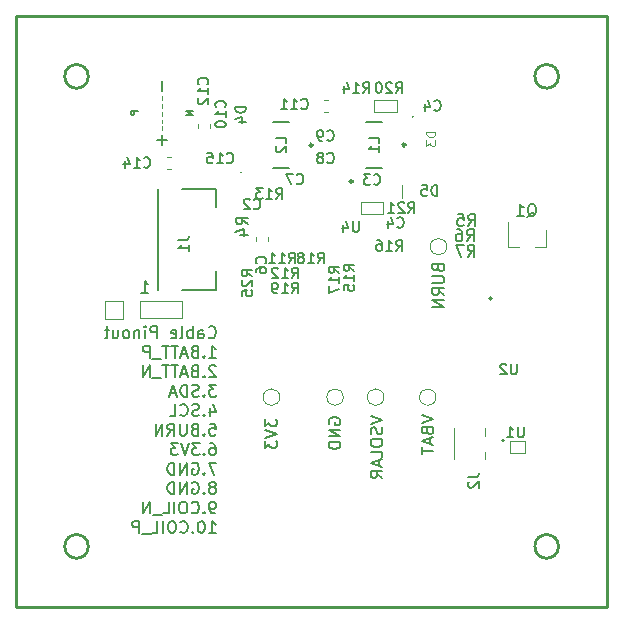
<source format=gbr>
%TF.GenerationSoftware,KiCad,Pcbnew,(5.0.1-3-g963ef8bb5)*%
%TF.CreationDate,2020-03-04T19:54:40-08:00*%
%TF.ProjectId,SolarCell+Y,536F6C617243656C6C2B592E6B696361,rev?*%
%TF.SameCoordinates,Original*%
%TF.FileFunction,Legend,Bot*%
%TF.FilePolarity,Positive*%
%FSLAX46Y46*%
G04 Gerber Fmt 4.6, Leading zero omitted, Abs format (unit mm)*
G04 Created by KiCad (PCBNEW (5.0.1-3-g963ef8bb5)) date Wednesday, March 04, 2020 at 07:54:40 PM*
%MOMM*%
%LPD*%
G01*
G04 APERTURE LIST*
%ADD10C,0.050000*%
%ADD11C,0.177800*%
%ADD12C,0.120000*%
%ADD13C,0.150000*%
%ADD14C,0.250000*%
%ADD15C,0.203200*%
%ADD16C,0.127000*%
%ADD17C,0.200000*%
%ADD18C,0.100000*%
%ADD19C,0.254000*%
%ADD20C,0.101600*%
G04 APERTURE END LIST*
D10*
X160500000Y-65600000D02*
X160500000Y-64100000D01*
X164000000Y-65600000D02*
X160500000Y-65600000D01*
X164000000Y-64100000D02*
X164000000Y-65600000D01*
X160500000Y-64100000D02*
X164000000Y-64100000D01*
X159000000Y-64100000D02*
X157500000Y-64100000D01*
X159000000Y-65650000D02*
X159000000Y-64100000D01*
X157500000Y-65650000D02*
X159000000Y-65650000D01*
X157500000Y-64100000D02*
X157500000Y-65650000D01*
D11*
X185704171Y-61342198D02*
X185751790Y-61485055D01*
X185799409Y-61532674D01*
X185894647Y-61580293D01*
X186037504Y-61580293D01*
X186132742Y-61532674D01*
X186180361Y-61485055D01*
X186227980Y-61389817D01*
X186227980Y-61008865D01*
X185227980Y-61008865D01*
X185227980Y-61342198D01*
X185275600Y-61437436D01*
X185323219Y-61485055D01*
X185418457Y-61532674D01*
X185513695Y-61532674D01*
X185608933Y-61485055D01*
X185656552Y-61437436D01*
X185704171Y-61342198D01*
X185704171Y-61008865D01*
X185227980Y-62008865D02*
X186037504Y-62008865D01*
X186132742Y-62056484D01*
X186180361Y-62104103D01*
X186227980Y-62199341D01*
X186227980Y-62389817D01*
X186180361Y-62485055D01*
X186132742Y-62532674D01*
X186037504Y-62580293D01*
X185227980Y-62580293D01*
X186227980Y-63627912D02*
X185751790Y-63294579D01*
X186227980Y-63056484D02*
X185227980Y-63056484D01*
X185227980Y-63437436D01*
X185275600Y-63532674D01*
X185323219Y-63580293D01*
X185418457Y-63627912D01*
X185561314Y-63627912D01*
X185656552Y-63580293D01*
X185704171Y-63532674D01*
X185751790Y-63437436D01*
X185751790Y-63056484D01*
X186227980Y-64056484D02*
X185227980Y-64056484D01*
X186227980Y-64627912D01*
X185227980Y-64627912D01*
D12*
X182651400Y-55397400D02*
X182651400Y-54330600D01*
D11*
X184313580Y-73794608D02*
X185313580Y-74127941D01*
X184313580Y-74461274D01*
X184789771Y-75127941D02*
X184837390Y-75270798D01*
X184885009Y-75318417D01*
X184980247Y-75366036D01*
X185123104Y-75366036D01*
X185218342Y-75318417D01*
X185265961Y-75270798D01*
X185313580Y-75175560D01*
X185313580Y-74794608D01*
X184313580Y-74794608D01*
X184313580Y-75127941D01*
X184361200Y-75223179D01*
X184408819Y-75270798D01*
X184504057Y-75318417D01*
X184599295Y-75318417D01*
X184694533Y-75270798D01*
X184742152Y-75223179D01*
X184789771Y-75127941D01*
X184789771Y-74794608D01*
X185027866Y-75746989D02*
X185027866Y-76223179D01*
X185313580Y-75651750D02*
X184313580Y-75985084D01*
X185313580Y-76318417D01*
X184313580Y-76508893D02*
X184313580Y-77080322D01*
X185313580Y-76794608D02*
X184313580Y-76794608D01*
X179995580Y-73870808D02*
X180995580Y-74204141D01*
X179995580Y-74537474D01*
X180947961Y-74823189D02*
X180995580Y-74966046D01*
X180995580Y-75204141D01*
X180947961Y-75299379D01*
X180900342Y-75346998D01*
X180805104Y-75394617D01*
X180709866Y-75394617D01*
X180614628Y-75346998D01*
X180567009Y-75299379D01*
X180519390Y-75204141D01*
X180471771Y-75013665D01*
X180424152Y-74918427D01*
X180376533Y-74870808D01*
X180281295Y-74823189D01*
X180186057Y-74823189D01*
X180090819Y-74870808D01*
X180043200Y-74918427D01*
X179995580Y-75013665D01*
X179995580Y-75251760D01*
X180043200Y-75394617D01*
X179995580Y-76013665D02*
X179995580Y-76204141D01*
X180043200Y-76299379D01*
X180138438Y-76394617D01*
X180328914Y-76442236D01*
X180662247Y-76442236D01*
X180852723Y-76394617D01*
X180947961Y-76299379D01*
X180995580Y-76204141D01*
X180995580Y-76013665D01*
X180947961Y-75918427D01*
X180852723Y-75823189D01*
X180662247Y-75775570D01*
X180328914Y-75775570D01*
X180138438Y-75823189D01*
X180043200Y-75918427D01*
X179995580Y-76013665D01*
X180995580Y-77346998D02*
X180995580Y-76870808D01*
X179995580Y-76870808D01*
X180709866Y-77632712D02*
X180709866Y-78108903D01*
X180995580Y-77537474D02*
X179995580Y-77870808D01*
X180995580Y-78204141D01*
X180995580Y-79108903D02*
X180519390Y-78775570D01*
X180995580Y-78537474D02*
X179995580Y-78537474D01*
X179995580Y-78918427D01*
X180043200Y-79013665D01*
X180090819Y-79061284D01*
X180186057Y-79108903D01*
X180328914Y-79108903D01*
X180424152Y-79061284D01*
X180471771Y-79013665D01*
X180519390Y-78918427D01*
X180519390Y-78537474D01*
X176487200Y-74537474D02*
X176439580Y-74442236D01*
X176439580Y-74299379D01*
X176487200Y-74156522D01*
X176582438Y-74061284D01*
X176677676Y-74013665D01*
X176868152Y-73966046D01*
X177011009Y-73966046D01*
X177201485Y-74013665D01*
X177296723Y-74061284D01*
X177391961Y-74156522D01*
X177439580Y-74299379D01*
X177439580Y-74394617D01*
X177391961Y-74537474D01*
X177344342Y-74585093D01*
X177011009Y-74585093D01*
X177011009Y-74394617D01*
X177439580Y-75013665D02*
X176439580Y-75013665D01*
X177439580Y-75585093D01*
X176439580Y-75585093D01*
X177439580Y-76061284D02*
X176439580Y-76061284D01*
X176439580Y-76299379D01*
X176487200Y-76442236D01*
X176582438Y-76537474D01*
X176677676Y-76585093D01*
X176868152Y-76632712D01*
X177011009Y-76632712D01*
X177201485Y-76585093D01*
X177296723Y-76537474D01*
X177391961Y-76442236D01*
X177439580Y-76299379D01*
X177439580Y-76061284D01*
X171054780Y-74121627D02*
X171054780Y-74740674D01*
X171435733Y-74407341D01*
X171435733Y-74550198D01*
X171483352Y-74645436D01*
X171530971Y-74693055D01*
X171626209Y-74740674D01*
X171864304Y-74740674D01*
X171959542Y-74693055D01*
X172007161Y-74645436D01*
X172054780Y-74550198D01*
X172054780Y-74264484D01*
X172007161Y-74169246D01*
X171959542Y-74121627D01*
X171054780Y-75026389D02*
X172054780Y-75359722D01*
X171054780Y-75693055D01*
X171054780Y-75931150D02*
X171054780Y-76550198D01*
X171435733Y-76216865D01*
X171435733Y-76359722D01*
X171483352Y-76454960D01*
X171530971Y-76502579D01*
X171626209Y-76550198D01*
X171864304Y-76550198D01*
X171959542Y-76502579D01*
X172007161Y-76454960D01*
X172054780Y-76359722D01*
X172054780Y-76074008D01*
X172007161Y-75978770D01*
X171959542Y-75931150D01*
X160572525Y-63402380D02*
X161143953Y-63402380D01*
X160858239Y-63402380D02*
X160858239Y-62402380D01*
X160953477Y-62545238D01*
X161048715Y-62640476D01*
X161143953Y-62688095D01*
D13*
X166275776Y-67164142D02*
X166323395Y-67211761D01*
X166466252Y-67259380D01*
X166561490Y-67259380D01*
X166704347Y-67211761D01*
X166799585Y-67116523D01*
X166847204Y-67021285D01*
X166894823Y-66830809D01*
X166894823Y-66687952D01*
X166847204Y-66497476D01*
X166799585Y-66402238D01*
X166704347Y-66307000D01*
X166561490Y-66259380D01*
X166466252Y-66259380D01*
X166323395Y-66307000D01*
X166275776Y-66354619D01*
X165418633Y-67259380D02*
X165418633Y-66735571D01*
X165466252Y-66640333D01*
X165561490Y-66592714D01*
X165751966Y-66592714D01*
X165847204Y-66640333D01*
X165418633Y-67211761D02*
X165513871Y-67259380D01*
X165751966Y-67259380D01*
X165847204Y-67211761D01*
X165894823Y-67116523D01*
X165894823Y-67021285D01*
X165847204Y-66926047D01*
X165751966Y-66878428D01*
X165513871Y-66878428D01*
X165418633Y-66830809D01*
X164942442Y-67259380D02*
X164942442Y-66259380D01*
X164942442Y-66640333D02*
X164847204Y-66592714D01*
X164656728Y-66592714D01*
X164561490Y-66640333D01*
X164513871Y-66687952D01*
X164466252Y-66783190D01*
X164466252Y-67068904D01*
X164513871Y-67164142D01*
X164561490Y-67211761D01*
X164656728Y-67259380D01*
X164847204Y-67259380D01*
X164942442Y-67211761D01*
X163894823Y-67259380D02*
X163990061Y-67211761D01*
X164037680Y-67116523D01*
X164037680Y-66259380D01*
X163132919Y-67211761D02*
X163228157Y-67259380D01*
X163418633Y-67259380D01*
X163513871Y-67211761D01*
X163561490Y-67116523D01*
X163561490Y-66735571D01*
X163513871Y-66640333D01*
X163418633Y-66592714D01*
X163228157Y-66592714D01*
X163132919Y-66640333D01*
X163085300Y-66735571D01*
X163085300Y-66830809D01*
X163561490Y-66926047D01*
X161894823Y-67259380D02*
X161894823Y-66259380D01*
X161513871Y-66259380D01*
X161418633Y-66307000D01*
X161371014Y-66354619D01*
X161323395Y-66449857D01*
X161323395Y-66592714D01*
X161371014Y-66687952D01*
X161418633Y-66735571D01*
X161513871Y-66783190D01*
X161894823Y-66783190D01*
X160894823Y-67259380D02*
X160894823Y-66592714D01*
X160894823Y-66259380D02*
X160942442Y-66307000D01*
X160894823Y-66354619D01*
X160847204Y-66307000D01*
X160894823Y-66259380D01*
X160894823Y-66354619D01*
X160418633Y-66592714D02*
X160418633Y-67259380D01*
X160418633Y-66687952D02*
X160371014Y-66640333D01*
X160275776Y-66592714D01*
X160132919Y-66592714D01*
X160037680Y-66640333D01*
X159990061Y-66735571D01*
X159990061Y-67259380D01*
X159371014Y-67259380D02*
X159466252Y-67211761D01*
X159513871Y-67164142D01*
X159561490Y-67068904D01*
X159561490Y-66783190D01*
X159513871Y-66687952D01*
X159466252Y-66640333D01*
X159371014Y-66592714D01*
X159228157Y-66592714D01*
X159132919Y-66640333D01*
X159085300Y-66687952D01*
X159037680Y-66783190D01*
X159037680Y-67068904D01*
X159085300Y-67164142D01*
X159132919Y-67211761D01*
X159228157Y-67259380D01*
X159371014Y-67259380D01*
X158180538Y-66592714D02*
X158180538Y-67259380D01*
X158609109Y-66592714D02*
X158609109Y-67116523D01*
X158561490Y-67211761D01*
X158466252Y-67259380D01*
X158323395Y-67259380D01*
X158228157Y-67211761D01*
X158180538Y-67164142D01*
X157847204Y-66592714D02*
X157466252Y-66592714D01*
X157704347Y-66259380D02*
X157704347Y-67116523D01*
X157656728Y-67211761D01*
X157561490Y-67259380D01*
X157466252Y-67259380D01*
X166323395Y-68909380D02*
X166894823Y-68909380D01*
X166609109Y-68909380D02*
X166609109Y-67909380D01*
X166704347Y-68052238D01*
X166799585Y-68147476D01*
X166894823Y-68195095D01*
X165894823Y-68814142D02*
X165847204Y-68861761D01*
X165894823Y-68909380D01*
X165942442Y-68861761D01*
X165894823Y-68814142D01*
X165894823Y-68909380D01*
X165085300Y-68385571D02*
X164942442Y-68433190D01*
X164894823Y-68480809D01*
X164847204Y-68576047D01*
X164847204Y-68718904D01*
X164894823Y-68814142D01*
X164942442Y-68861761D01*
X165037680Y-68909380D01*
X165418633Y-68909380D01*
X165418633Y-67909380D01*
X165085300Y-67909380D01*
X164990061Y-67957000D01*
X164942442Y-68004619D01*
X164894823Y-68099857D01*
X164894823Y-68195095D01*
X164942442Y-68290333D01*
X164990061Y-68337952D01*
X165085300Y-68385571D01*
X165418633Y-68385571D01*
X164466252Y-68623666D02*
X163990061Y-68623666D01*
X164561490Y-68909380D02*
X164228157Y-67909380D01*
X163894823Y-68909380D01*
X163704347Y-67909380D02*
X163132919Y-67909380D01*
X163418633Y-68909380D02*
X163418633Y-67909380D01*
X162942442Y-67909380D02*
X162371014Y-67909380D01*
X162656728Y-68909380D02*
X162656728Y-67909380D01*
X162275776Y-69004619D02*
X161513871Y-69004619D01*
X161275776Y-68909380D02*
X161275776Y-67909380D01*
X160894823Y-67909380D01*
X160799585Y-67957000D01*
X160751966Y-68004619D01*
X160704347Y-68099857D01*
X160704347Y-68242714D01*
X160751966Y-68337952D01*
X160799585Y-68385571D01*
X160894823Y-68433190D01*
X161275776Y-68433190D01*
X166894823Y-69654619D02*
X166847204Y-69607000D01*
X166751966Y-69559380D01*
X166513871Y-69559380D01*
X166418633Y-69607000D01*
X166371014Y-69654619D01*
X166323395Y-69749857D01*
X166323395Y-69845095D01*
X166371014Y-69987952D01*
X166942442Y-70559380D01*
X166323395Y-70559380D01*
X165894823Y-70464142D02*
X165847204Y-70511761D01*
X165894823Y-70559380D01*
X165942442Y-70511761D01*
X165894823Y-70464142D01*
X165894823Y-70559380D01*
X165085300Y-70035571D02*
X164942442Y-70083190D01*
X164894823Y-70130809D01*
X164847204Y-70226047D01*
X164847204Y-70368904D01*
X164894823Y-70464142D01*
X164942442Y-70511761D01*
X165037680Y-70559380D01*
X165418633Y-70559380D01*
X165418633Y-69559380D01*
X165085300Y-69559380D01*
X164990061Y-69607000D01*
X164942442Y-69654619D01*
X164894823Y-69749857D01*
X164894823Y-69845095D01*
X164942442Y-69940333D01*
X164990061Y-69987952D01*
X165085300Y-70035571D01*
X165418633Y-70035571D01*
X164466252Y-70273666D02*
X163990061Y-70273666D01*
X164561490Y-70559380D02*
X164228157Y-69559380D01*
X163894823Y-70559380D01*
X163704347Y-69559380D02*
X163132919Y-69559380D01*
X163418633Y-70559380D02*
X163418633Y-69559380D01*
X162942442Y-69559380D02*
X162371014Y-69559380D01*
X162656728Y-70559380D02*
X162656728Y-69559380D01*
X162275776Y-70654619D02*
X161513871Y-70654619D01*
X161275776Y-70559380D02*
X161275776Y-69559380D01*
X160704347Y-70559380D01*
X160704347Y-69559380D01*
X166942442Y-71209380D02*
X166323395Y-71209380D01*
X166656728Y-71590333D01*
X166513871Y-71590333D01*
X166418633Y-71637952D01*
X166371014Y-71685571D01*
X166323395Y-71780809D01*
X166323395Y-72018904D01*
X166371014Y-72114142D01*
X166418633Y-72161761D01*
X166513871Y-72209380D01*
X166799585Y-72209380D01*
X166894823Y-72161761D01*
X166942442Y-72114142D01*
X165894823Y-72114142D02*
X165847204Y-72161761D01*
X165894823Y-72209380D01*
X165942442Y-72161761D01*
X165894823Y-72114142D01*
X165894823Y-72209380D01*
X165466252Y-72161761D02*
X165323395Y-72209380D01*
X165085300Y-72209380D01*
X164990061Y-72161761D01*
X164942442Y-72114142D01*
X164894823Y-72018904D01*
X164894823Y-71923666D01*
X164942442Y-71828428D01*
X164990061Y-71780809D01*
X165085300Y-71733190D01*
X165275776Y-71685571D01*
X165371014Y-71637952D01*
X165418633Y-71590333D01*
X165466252Y-71495095D01*
X165466252Y-71399857D01*
X165418633Y-71304619D01*
X165371014Y-71257000D01*
X165275776Y-71209380D01*
X165037680Y-71209380D01*
X164894823Y-71257000D01*
X164466252Y-72209380D02*
X164466252Y-71209380D01*
X164228157Y-71209380D01*
X164085300Y-71257000D01*
X163990061Y-71352238D01*
X163942442Y-71447476D01*
X163894823Y-71637952D01*
X163894823Y-71780809D01*
X163942442Y-71971285D01*
X163990061Y-72066523D01*
X164085300Y-72161761D01*
X164228157Y-72209380D01*
X164466252Y-72209380D01*
X163513871Y-71923666D02*
X163037680Y-71923666D01*
X163609109Y-72209380D02*
X163275776Y-71209380D01*
X162942442Y-72209380D01*
X166418633Y-73192714D02*
X166418633Y-73859380D01*
X166656728Y-72811761D02*
X166894823Y-73526047D01*
X166275776Y-73526047D01*
X165894823Y-73764142D02*
X165847204Y-73811761D01*
X165894823Y-73859380D01*
X165942442Y-73811761D01*
X165894823Y-73764142D01*
X165894823Y-73859380D01*
X165466252Y-73811761D02*
X165323395Y-73859380D01*
X165085300Y-73859380D01*
X164990061Y-73811761D01*
X164942442Y-73764142D01*
X164894823Y-73668904D01*
X164894823Y-73573666D01*
X164942442Y-73478428D01*
X164990061Y-73430809D01*
X165085300Y-73383190D01*
X165275776Y-73335571D01*
X165371014Y-73287952D01*
X165418633Y-73240333D01*
X165466252Y-73145095D01*
X165466252Y-73049857D01*
X165418633Y-72954619D01*
X165371014Y-72907000D01*
X165275776Y-72859380D01*
X165037680Y-72859380D01*
X164894823Y-72907000D01*
X163894823Y-73764142D02*
X163942442Y-73811761D01*
X164085300Y-73859380D01*
X164180538Y-73859380D01*
X164323395Y-73811761D01*
X164418633Y-73716523D01*
X164466252Y-73621285D01*
X164513871Y-73430809D01*
X164513871Y-73287952D01*
X164466252Y-73097476D01*
X164418633Y-73002238D01*
X164323395Y-72907000D01*
X164180538Y-72859380D01*
X164085300Y-72859380D01*
X163942442Y-72907000D01*
X163894823Y-72954619D01*
X162990061Y-73859380D02*
X163466252Y-73859380D01*
X163466252Y-72859380D01*
X166371014Y-74509380D02*
X166847204Y-74509380D01*
X166894823Y-74985571D01*
X166847204Y-74937952D01*
X166751966Y-74890333D01*
X166513871Y-74890333D01*
X166418633Y-74937952D01*
X166371014Y-74985571D01*
X166323395Y-75080809D01*
X166323395Y-75318904D01*
X166371014Y-75414142D01*
X166418633Y-75461761D01*
X166513871Y-75509380D01*
X166751966Y-75509380D01*
X166847204Y-75461761D01*
X166894823Y-75414142D01*
X165894823Y-75414142D02*
X165847204Y-75461761D01*
X165894823Y-75509380D01*
X165942442Y-75461761D01*
X165894823Y-75414142D01*
X165894823Y-75509380D01*
X165085300Y-74985571D02*
X164942442Y-75033190D01*
X164894823Y-75080809D01*
X164847204Y-75176047D01*
X164847204Y-75318904D01*
X164894823Y-75414142D01*
X164942442Y-75461761D01*
X165037680Y-75509380D01*
X165418633Y-75509380D01*
X165418633Y-74509380D01*
X165085300Y-74509380D01*
X164990061Y-74557000D01*
X164942442Y-74604619D01*
X164894823Y-74699857D01*
X164894823Y-74795095D01*
X164942442Y-74890333D01*
X164990061Y-74937952D01*
X165085300Y-74985571D01*
X165418633Y-74985571D01*
X164418633Y-74509380D02*
X164418633Y-75318904D01*
X164371014Y-75414142D01*
X164323395Y-75461761D01*
X164228157Y-75509380D01*
X164037680Y-75509380D01*
X163942442Y-75461761D01*
X163894823Y-75414142D01*
X163847204Y-75318904D01*
X163847204Y-74509380D01*
X162799585Y-75509380D02*
X163132919Y-75033190D01*
X163371014Y-75509380D02*
X163371014Y-74509380D01*
X162990061Y-74509380D01*
X162894823Y-74557000D01*
X162847204Y-74604619D01*
X162799585Y-74699857D01*
X162799585Y-74842714D01*
X162847204Y-74937952D01*
X162894823Y-74985571D01*
X162990061Y-75033190D01*
X163371014Y-75033190D01*
X162371014Y-75509380D02*
X162371014Y-74509380D01*
X161799585Y-75509380D01*
X161799585Y-74509380D01*
X166418633Y-76159380D02*
X166609109Y-76159380D01*
X166704347Y-76207000D01*
X166751966Y-76254619D01*
X166847204Y-76397476D01*
X166894823Y-76587952D01*
X166894823Y-76968904D01*
X166847204Y-77064142D01*
X166799585Y-77111761D01*
X166704347Y-77159380D01*
X166513871Y-77159380D01*
X166418633Y-77111761D01*
X166371014Y-77064142D01*
X166323395Y-76968904D01*
X166323395Y-76730809D01*
X166371014Y-76635571D01*
X166418633Y-76587952D01*
X166513871Y-76540333D01*
X166704347Y-76540333D01*
X166799585Y-76587952D01*
X166847204Y-76635571D01*
X166894823Y-76730809D01*
X165894823Y-77064142D02*
X165847204Y-77111761D01*
X165894823Y-77159380D01*
X165942442Y-77111761D01*
X165894823Y-77064142D01*
X165894823Y-77159380D01*
X165513871Y-76159380D02*
X164894823Y-76159380D01*
X165228157Y-76540333D01*
X165085300Y-76540333D01*
X164990061Y-76587952D01*
X164942442Y-76635571D01*
X164894823Y-76730809D01*
X164894823Y-76968904D01*
X164942442Y-77064142D01*
X164990061Y-77111761D01*
X165085300Y-77159380D01*
X165371014Y-77159380D01*
X165466252Y-77111761D01*
X165513871Y-77064142D01*
X164609109Y-76159380D02*
X164275776Y-77159380D01*
X163942442Y-76159380D01*
X163704347Y-76159380D02*
X163085300Y-76159380D01*
X163418633Y-76540333D01*
X163275776Y-76540333D01*
X163180538Y-76587952D01*
X163132919Y-76635571D01*
X163085300Y-76730809D01*
X163085300Y-76968904D01*
X163132919Y-77064142D01*
X163180538Y-77111761D01*
X163275776Y-77159380D01*
X163561490Y-77159380D01*
X163656728Y-77111761D01*
X163704347Y-77064142D01*
X166942442Y-77809380D02*
X166275776Y-77809380D01*
X166704347Y-78809380D01*
X165894823Y-78714142D02*
X165847204Y-78761761D01*
X165894823Y-78809380D01*
X165942442Y-78761761D01*
X165894823Y-78714142D01*
X165894823Y-78809380D01*
X164894823Y-77857000D02*
X164990061Y-77809380D01*
X165132919Y-77809380D01*
X165275776Y-77857000D01*
X165371014Y-77952238D01*
X165418633Y-78047476D01*
X165466252Y-78237952D01*
X165466252Y-78380809D01*
X165418633Y-78571285D01*
X165371014Y-78666523D01*
X165275776Y-78761761D01*
X165132919Y-78809380D01*
X165037680Y-78809380D01*
X164894823Y-78761761D01*
X164847204Y-78714142D01*
X164847204Y-78380809D01*
X165037680Y-78380809D01*
X164418633Y-78809380D02*
X164418633Y-77809380D01*
X163847204Y-78809380D01*
X163847204Y-77809380D01*
X163371014Y-78809380D02*
X163371014Y-77809380D01*
X163132919Y-77809380D01*
X162990061Y-77857000D01*
X162894823Y-77952238D01*
X162847204Y-78047476D01*
X162799585Y-78237952D01*
X162799585Y-78380809D01*
X162847204Y-78571285D01*
X162894823Y-78666523D01*
X162990061Y-78761761D01*
X163132919Y-78809380D01*
X163371014Y-78809380D01*
X166704347Y-79887952D02*
X166799585Y-79840333D01*
X166847204Y-79792714D01*
X166894823Y-79697476D01*
X166894823Y-79649857D01*
X166847204Y-79554619D01*
X166799585Y-79507000D01*
X166704347Y-79459380D01*
X166513871Y-79459380D01*
X166418633Y-79507000D01*
X166371014Y-79554619D01*
X166323395Y-79649857D01*
X166323395Y-79697476D01*
X166371014Y-79792714D01*
X166418633Y-79840333D01*
X166513871Y-79887952D01*
X166704347Y-79887952D01*
X166799585Y-79935571D01*
X166847204Y-79983190D01*
X166894823Y-80078428D01*
X166894823Y-80268904D01*
X166847204Y-80364142D01*
X166799585Y-80411761D01*
X166704347Y-80459380D01*
X166513871Y-80459380D01*
X166418633Y-80411761D01*
X166371014Y-80364142D01*
X166323395Y-80268904D01*
X166323395Y-80078428D01*
X166371014Y-79983190D01*
X166418633Y-79935571D01*
X166513871Y-79887952D01*
X165894823Y-80364142D02*
X165847204Y-80411761D01*
X165894823Y-80459380D01*
X165942442Y-80411761D01*
X165894823Y-80364142D01*
X165894823Y-80459380D01*
X164894823Y-79507000D02*
X164990061Y-79459380D01*
X165132919Y-79459380D01*
X165275776Y-79507000D01*
X165371014Y-79602238D01*
X165418633Y-79697476D01*
X165466252Y-79887952D01*
X165466252Y-80030809D01*
X165418633Y-80221285D01*
X165371014Y-80316523D01*
X165275776Y-80411761D01*
X165132919Y-80459380D01*
X165037680Y-80459380D01*
X164894823Y-80411761D01*
X164847204Y-80364142D01*
X164847204Y-80030809D01*
X165037680Y-80030809D01*
X164418633Y-80459380D02*
X164418633Y-79459380D01*
X163847204Y-80459380D01*
X163847204Y-79459380D01*
X163371014Y-80459380D02*
X163371014Y-79459380D01*
X163132919Y-79459380D01*
X162990061Y-79507000D01*
X162894823Y-79602238D01*
X162847204Y-79697476D01*
X162799585Y-79887952D01*
X162799585Y-80030809D01*
X162847204Y-80221285D01*
X162894823Y-80316523D01*
X162990061Y-80411761D01*
X163132919Y-80459380D01*
X163371014Y-80459380D01*
X166799585Y-82109380D02*
X166609109Y-82109380D01*
X166513871Y-82061761D01*
X166466252Y-82014142D01*
X166371014Y-81871285D01*
X166323395Y-81680809D01*
X166323395Y-81299857D01*
X166371014Y-81204619D01*
X166418633Y-81157000D01*
X166513871Y-81109380D01*
X166704347Y-81109380D01*
X166799585Y-81157000D01*
X166847204Y-81204619D01*
X166894823Y-81299857D01*
X166894823Y-81537952D01*
X166847204Y-81633190D01*
X166799585Y-81680809D01*
X166704347Y-81728428D01*
X166513871Y-81728428D01*
X166418633Y-81680809D01*
X166371014Y-81633190D01*
X166323395Y-81537952D01*
X165894823Y-82014142D02*
X165847204Y-82061761D01*
X165894823Y-82109380D01*
X165942442Y-82061761D01*
X165894823Y-82014142D01*
X165894823Y-82109380D01*
X164847204Y-82014142D02*
X164894823Y-82061761D01*
X165037680Y-82109380D01*
X165132919Y-82109380D01*
X165275776Y-82061761D01*
X165371014Y-81966523D01*
X165418633Y-81871285D01*
X165466252Y-81680809D01*
X165466252Y-81537952D01*
X165418633Y-81347476D01*
X165371014Y-81252238D01*
X165275776Y-81157000D01*
X165132919Y-81109380D01*
X165037680Y-81109380D01*
X164894823Y-81157000D01*
X164847204Y-81204619D01*
X164228157Y-81109380D02*
X164037680Y-81109380D01*
X163942442Y-81157000D01*
X163847204Y-81252238D01*
X163799585Y-81442714D01*
X163799585Y-81776047D01*
X163847204Y-81966523D01*
X163942442Y-82061761D01*
X164037680Y-82109380D01*
X164228157Y-82109380D01*
X164323395Y-82061761D01*
X164418633Y-81966523D01*
X164466252Y-81776047D01*
X164466252Y-81442714D01*
X164418633Y-81252238D01*
X164323395Y-81157000D01*
X164228157Y-81109380D01*
X163371014Y-82109380D02*
X163371014Y-81109380D01*
X162418633Y-82109380D02*
X162894823Y-82109380D01*
X162894823Y-81109380D01*
X162323395Y-82204619D02*
X161561490Y-82204619D01*
X161323395Y-82109380D02*
X161323395Y-81109380D01*
X160751966Y-82109380D01*
X160751966Y-81109380D01*
X166323395Y-83759380D02*
X166894823Y-83759380D01*
X166609109Y-83759380D02*
X166609109Y-82759380D01*
X166704347Y-82902238D01*
X166799585Y-82997476D01*
X166894823Y-83045095D01*
X165704347Y-82759380D02*
X165609109Y-82759380D01*
X165513871Y-82807000D01*
X165466252Y-82854619D01*
X165418633Y-82949857D01*
X165371014Y-83140333D01*
X165371014Y-83378428D01*
X165418633Y-83568904D01*
X165466252Y-83664142D01*
X165513871Y-83711761D01*
X165609109Y-83759380D01*
X165704347Y-83759380D01*
X165799585Y-83711761D01*
X165847204Y-83664142D01*
X165894823Y-83568904D01*
X165942442Y-83378428D01*
X165942442Y-83140333D01*
X165894823Y-82949857D01*
X165847204Y-82854619D01*
X165799585Y-82807000D01*
X165704347Y-82759380D01*
X164942442Y-83664142D02*
X164894823Y-83711761D01*
X164942442Y-83759380D01*
X164990061Y-83711761D01*
X164942442Y-83664142D01*
X164942442Y-83759380D01*
X163894823Y-83664142D02*
X163942442Y-83711761D01*
X164085300Y-83759380D01*
X164180538Y-83759380D01*
X164323395Y-83711761D01*
X164418633Y-83616523D01*
X164466252Y-83521285D01*
X164513871Y-83330809D01*
X164513871Y-83187952D01*
X164466252Y-82997476D01*
X164418633Y-82902238D01*
X164323395Y-82807000D01*
X164180538Y-82759380D01*
X164085300Y-82759380D01*
X163942442Y-82807000D01*
X163894823Y-82854619D01*
X163275776Y-82759380D02*
X163085300Y-82759380D01*
X162990061Y-82807000D01*
X162894823Y-82902238D01*
X162847204Y-83092714D01*
X162847204Y-83426047D01*
X162894823Y-83616523D01*
X162990061Y-83711761D01*
X163085300Y-83759380D01*
X163275776Y-83759380D01*
X163371014Y-83711761D01*
X163466252Y-83616523D01*
X163513871Y-83426047D01*
X163513871Y-83092714D01*
X163466252Y-82902238D01*
X163371014Y-82807000D01*
X163275776Y-82759380D01*
X162418633Y-83759380D02*
X162418633Y-82759380D01*
X161466252Y-83759380D02*
X161942442Y-83759380D01*
X161942442Y-82759380D01*
X161371014Y-83854619D02*
X160609109Y-83854619D01*
X160371014Y-83759380D02*
X160371014Y-82759380D01*
X159990061Y-82759380D01*
X159894823Y-82807000D01*
X159847204Y-82854619D01*
X159799585Y-82949857D01*
X159799585Y-83092714D01*
X159847204Y-83187952D01*
X159894823Y-83235571D01*
X159990061Y-83283190D01*
X160371014Y-83283190D01*
D12*
X180314600Y-47066200D02*
X182245000Y-47066200D01*
X180314600Y-48082200D02*
X180314600Y-47066200D01*
X182245000Y-48082200D02*
X180314600Y-48082200D01*
X182245000Y-47066200D02*
X182245000Y-48082200D01*
X181025800Y-56743600D02*
X181025800Y-55753000D01*
X179171600Y-56743600D02*
X181025800Y-56743600D01*
X179171600Y-55753000D02*
X179171600Y-56743600D01*
X181025800Y-55753000D02*
X179171600Y-55753000D01*
D14*
X200000000Y-40000000D02*
X150000000Y-40000000D01*
X150000000Y-90000000D02*
X200000000Y-90000000D01*
X150000000Y-40000000D02*
X150000000Y-90000000D01*
X195900000Y-45100000D02*
G75*
G03X195900000Y-45100000I-1000000J0D01*
G01*
X156100000Y-84900000D02*
G75*
G03X156100000Y-84900000I-1000000J0D01*
G01*
X156100000Y-45100000D02*
G75*
G03X156100000Y-45100000I-1000000J0D01*
G01*
X195900000Y-84900000D02*
G75*
G03X195900000Y-84900000I-1000000J0D01*
G01*
X200000000Y-90000000D02*
X200000000Y-40000000D01*
D15*
X162336842Y-50034371D02*
X162336842Y-50905228D01*
X162772271Y-50469800D02*
X161901414Y-50469800D01*
D16*
X164355538Y-48365228D02*
X164990538Y-48365228D01*
X164355538Y-48002371D01*
X164990538Y-48002371D01*
X160307261Y-47992090D02*
X159672261Y-47992090D01*
X159672261Y-48233995D01*
X159702500Y-48294471D01*
X159732738Y-48324709D01*
X159793214Y-48354947D01*
X159883928Y-48354947D01*
X159944404Y-48324709D01*
X159974642Y-48294471D01*
X160004880Y-48233995D01*
X160004880Y-47992090D01*
D15*
X162336842Y-45487771D02*
X162336842Y-46358628D01*
D12*
X162347910Y-48133000D02*
X162347910Y-48450500D01*
X162347910Y-49085500D02*
X162347910Y-48768000D01*
X162347910Y-49339500D02*
X162347910Y-49657000D01*
X162347910Y-46799500D02*
X162347910Y-47117000D01*
X162347910Y-47752000D02*
X162347910Y-47434500D01*
X186450200Y-59512200D02*
G75*
G03X186450200Y-59512200I-700000J0D01*
G01*
X185535800Y-72263000D02*
G75*
G03X185535800Y-72263000I-700000J0D01*
G01*
X177687200Y-72263000D02*
G75*
G03X177687200Y-72263000I-700000J0D01*
G01*
X172302400Y-72263000D02*
G75*
G03X172302400Y-72263000I-700000J0D01*
G01*
X181124666Y-72263000D02*
G75*
G03X181124666Y-72263000I-700000J0D01*
G01*
D17*
X166893240Y-54647520D02*
X166893240Y-56197520D01*
X166893240Y-63147520D02*
X166893240Y-61597520D01*
X166893240Y-54647520D02*
X164043240Y-54647520D01*
X166893240Y-63147520D02*
X164043240Y-63147520D01*
X162013240Y-63147520D02*
X162013240Y-54647520D01*
X191305000Y-75954000D02*
G75*
G03X191305000Y-75954000I-100000J0D01*
G01*
D12*
X193030000Y-76954000D02*
X191780000Y-76954000D01*
X193030000Y-75954000D02*
X193030000Y-76954000D01*
X191780000Y-75954000D02*
X191780000Y-76954000D01*
X193030000Y-75954000D02*
X191780000Y-75954000D01*
D18*
X189641000Y-77500000D02*
X189641000Y-76881330D01*
X189641000Y-74900000D02*
X189641000Y-75518670D01*
X187041000Y-74900000D02*
X187041000Y-77500000D01*
D15*
X190302200Y-63915400D02*
G75*
G03X190302200Y-63915400I-143600J0D01*
G01*
D12*
X194812000Y-59570000D02*
X194812000Y-58110000D01*
X191652000Y-59570000D02*
X191652000Y-57410000D01*
X191652000Y-59570000D02*
X192582000Y-59570000D01*
X194812000Y-59570000D02*
X193882000Y-59570000D01*
D17*
X183584200Y-48537200D02*
G75*
G03X183584200Y-48537200I-19000J0D01*
G01*
D12*
X170320240Y-59055219D02*
X170320240Y-58729661D01*
X171340240Y-59055219D02*
X171340240Y-58729661D01*
X163103779Y-52961000D02*
X162778221Y-52961000D01*
X163103779Y-51941000D02*
X162778221Y-51941000D01*
D14*
X178479580Y-54003784D02*
G75*
G03X178479580Y-54003784I-125000J0D01*
G01*
D17*
X169033740Y-53230440D02*
G75*
G03X169033740Y-53230440I-19000J0D01*
G01*
D12*
X165352000Y-49438779D02*
X165352000Y-49113221D01*
X166372000Y-49438779D02*
X166372000Y-49113221D01*
D19*
X175069500Y-50924460D02*
G75*
G03X175069500Y-50924460I-127000J0D01*
G01*
D16*
X171723050Y-48975010D02*
X173081950Y-48975010D01*
X173081950Y-52873910D02*
X171723050Y-52873910D01*
D19*
X182958740Y-50891440D02*
G75*
G03X182958740Y-50891440I-127000J0D01*
G01*
D16*
X179612290Y-48941990D02*
X180971190Y-48941990D01*
X180971190Y-52840890D02*
X179612290Y-52840890D01*
D12*
X176390519Y-48099440D02*
X176064961Y-48099440D01*
X176390519Y-47079440D02*
X176064961Y-47079440D01*
D16*
X163722366Y-58973046D02*
X164357366Y-58973046D01*
X164484366Y-58930713D01*
X164569033Y-58846046D01*
X164611366Y-58719046D01*
X164611366Y-58634380D01*
X164611366Y-59862046D02*
X164611366Y-59354046D01*
X164611366Y-59608046D02*
X163722366Y-59608046D01*
X163849366Y-59523380D01*
X163934033Y-59438713D01*
X163976366Y-59354046D01*
X192955333Y-74747966D02*
X192955333Y-75467633D01*
X192913000Y-75552300D01*
X192870666Y-75594633D01*
X192786000Y-75636966D01*
X192616666Y-75636966D01*
X192532000Y-75594633D01*
X192489666Y-75552300D01*
X192447333Y-75467633D01*
X192447333Y-74747966D01*
X191558333Y-75636966D02*
X192066333Y-75636966D01*
X191812333Y-75636966D02*
X191812333Y-74747966D01*
X191897000Y-74874966D01*
X191981666Y-74959633D01*
X192066333Y-75001966D01*
X188263166Y-79053666D02*
X188898166Y-79053666D01*
X189025166Y-79011333D01*
X189109833Y-78926666D01*
X189152166Y-78799666D01*
X189152166Y-78715000D01*
X188347833Y-79434666D02*
X188305500Y-79477000D01*
X188263166Y-79561666D01*
X188263166Y-79773333D01*
X188305500Y-79858000D01*
X188347833Y-79900333D01*
X188432500Y-79942666D01*
X188517166Y-79942666D01*
X188644166Y-79900333D01*
X189152166Y-79392333D01*
X189152166Y-79942666D01*
X192385333Y-69422966D02*
X192385333Y-70142633D01*
X192343000Y-70227300D01*
X192300666Y-70269633D01*
X192216000Y-70311966D01*
X192046666Y-70311966D01*
X191962000Y-70269633D01*
X191919666Y-70227300D01*
X191877333Y-70142633D01*
X191877333Y-69422966D01*
X191496333Y-69507633D02*
X191454000Y-69465300D01*
X191369333Y-69422966D01*
X191157666Y-69422966D01*
X191073000Y-69465300D01*
X191030666Y-69507633D01*
X190988333Y-69592300D01*
X190988333Y-69676966D01*
X191030666Y-69803966D01*
X191538666Y-70311966D01*
X190988333Y-70311966D01*
D13*
X188216666Y-60352380D02*
X188550000Y-59876190D01*
X188788095Y-60352380D02*
X188788095Y-59352380D01*
X188407142Y-59352380D01*
X188311904Y-59400000D01*
X188264285Y-59447619D01*
X188216666Y-59542857D01*
X188216666Y-59685714D01*
X188264285Y-59780952D01*
X188311904Y-59828571D01*
X188407142Y-59876190D01*
X188788095Y-59876190D01*
X187883333Y-59352380D02*
X187216666Y-59352380D01*
X187645238Y-60352380D01*
X188141666Y-59046380D02*
X188475000Y-58570190D01*
X188713095Y-59046380D02*
X188713095Y-58046380D01*
X188332142Y-58046380D01*
X188236904Y-58094000D01*
X188189285Y-58141619D01*
X188141666Y-58236857D01*
X188141666Y-58379714D01*
X188189285Y-58474952D01*
X188236904Y-58522571D01*
X188332142Y-58570190D01*
X188713095Y-58570190D01*
X187284523Y-58046380D02*
X187475000Y-58046380D01*
X187570238Y-58094000D01*
X187617857Y-58141619D01*
X187713095Y-58284476D01*
X187760714Y-58474952D01*
X187760714Y-58855904D01*
X187713095Y-58951142D01*
X187665476Y-58998761D01*
X187570238Y-59046380D01*
X187379761Y-59046380D01*
X187284523Y-58998761D01*
X187236904Y-58951142D01*
X187189285Y-58855904D01*
X187189285Y-58617809D01*
X187236904Y-58522571D01*
X187284523Y-58474952D01*
X187379761Y-58427333D01*
X187570238Y-58427333D01*
X187665476Y-58474952D01*
X187713095Y-58522571D01*
X187760714Y-58617809D01*
X188266666Y-57752380D02*
X188600000Y-57276190D01*
X188838095Y-57752380D02*
X188838095Y-56752380D01*
X188457142Y-56752380D01*
X188361904Y-56800000D01*
X188314285Y-56847619D01*
X188266666Y-56942857D01*
X188266666Y-57085714D01*
X188314285Y-57180952D01*
X188361904Y-57228571D01*
X188457142Y-57276190D01*
X188838095Y-57276190D01*
X187361904Y-56752380D02*
X187838095Y-56752380D01*
X187885714Y-57228571D01*
X187838095Y-57180952D01*
X187742857Y-57133333D01*
X187504761Y-57133333D01*
X187409523Y-57180952D01*
X187361904Y-57228571D01*
X187314285Y-57323809D01*
X187314285Y-57561904D01*
X187361904Y-57657142D01*
X187409523Y-57704761D01*
X187504761Y-57752380D01*
X187742857Y-57752380D01*
X187838095Y-57704761D01*
X187885714Y-57657142D01*
X169602380Y-57633333D02*
X169126190Y-57300000D01*
X169602380Y-57061904D02*
X168602380Y-57061904D01*
X168602380Y-57442857D01*
X168650000Y-57538095D01*
X168697619Y-57585714D01*
X168792857Y-57633333D01*
X168935714Y-57633333D01*
X169030952Y-57585714D01*
X169078571Y-57538095D01*
X169126190Y-57442857D01*
X169126190Y-57061904D01*
X168935714Y-58490476D02*
X169602380Y-58490476D01*
X168554761Y-58252380D02*
X169269047Y-58014285D01*
X169269047Y-58633333D01*
X193276438Y-56995419D02*
X193371676Y-56947800D01*
X193466914Y-56852561D01*
X193609771Y-56709704D01*
X193705009Y-56662085D01*
X193800247Y-56662085D01*
X193752628Y-56900180D02*
X193847866Y-56852561D01*
X193943104Y-56757323D01*
X193990723Y-56566847D01*
X193990723Y-56233514D01*
X193943104Y-56043038D01*
X193847866Y-55947800D01*
X193752628Y-55900180D01*
X193562152Y-55900180D01*
X193466914Y-55947800D01*
X193371676Y-56043038D01*
X193324057Y-56233514D01*
X193324057Y-56566847D01*
X193371676Y-56757323D01*
X193466914Y-56852561D01*
X193562152Y-56900180D01*
X193752628Y-56900180D01*
X192371676Y-56900180D02*
X192943104Y-56900180D01*
X192657390Y-56900180D02*
X192657390Y-55900180D01*
X192752628Y-56043038D01*
X192847866Y-56138276D01*
X192943104Y-56185895D01*
D20*
X185485314Y-49805771D02*
X184723314Y-49805771D01*
X184723314Y-49987200D01*
X184759600Y-50096057D01*
X184832171Y-50168628D01*
X184904742Y-50204914D01*
X185049885Y-50241200D01*
X185158742Y-50241200D01*
X185303885Y-50204914D01*
X185376457Y-50168628D01*
X185449028Y-50096057D01*
X185485314Y-49987200D01*
X185485314Y-49805771D01*
X184723314Y-50495200D02*
X184723314Y-50966914D01*
X185013600Y-50712914D01*
X185013600Y-50821771D01*
X185049885Y-50894342D01*
X185086171Y-50930628D01*
X185158742Y-50966914D01*
X185340171Y-50966914D01*
X185412742Y-50930628D01*
X185449028Y-50894342D01*
X185485314Y-50821771D01*
X185485314Y-50604057D01*
X185449028Y-50531485D01*
X185412742Y-50495200D01*
D16*
X167830500Y-52387500D02*
X167872833Y-52429833D01*
X167999833Y-52472166D01*
X168084500Y-52472166D01*
X168211500Y-52429833D01*
X168296166Y-52345166D01*
X168338500Y-52260500D01*
X168380833Y-52091166D01*
X168380833Y-51964166D01*
X168338500Y-51794833D01*
X168296166Y-51710166D01*
X168211500Y-51625500D01*
X168084500Y-51583166D01*
X167999833Y-51583166D01*
X167872833Y-51625500D01*
X167830500Y-51667833D01*
X166983833Y-52472166D02*
X167491833Y-52472166D01*
X167237833Y-52472166D02*
X167237833Y-51583166D01*
X167322500Y-51710166D01*
X167407166Y-51794833D01*
X167491833Y-51837166D01*
X166179500Y-51583166D02*
X166602833Y-51583166D01*
X166645166Y-52006500D01*
X166602833Y-51964166D01*
X166518166Y-51921833D01*
X166306500Y-51921833D01*
X166221833Y-51964166D01*
X166179500Y-52006500D01*
X166137166Y-52091166D01*
X166137166Y-52302833D01*
X166179500Y-52387500D01*
X166221833Y-52429833D01*
X166306500Y-52472166D01*
X166518166Y-52472166D01*
X166602833Y-52429833D01*
X166645166Y-52387500D01*
X171084240Y-60903273D02*
X171126573Y-60860940D01*
X171168906Y-60733940D01*
X171168906Y-60649273D01*
X171126573Y-60522273D01*
X171041906Y-60437606D01*
X170957240Y-60395273D01*
X170787906Y-60352940D01*
X170660906Y-60352940D01*
X170491573Y-60395273D01*
X170406906Y-60437606D01*
X170322240Y-60522273D01*
X170279906Y-60649273D01*
X170279906Y-60733940D01*
X170322240Y-60860940D01*
X170364573Y-60903273D01*
X170279906Y-61665273D02*
X170279906Y-61495940D01*
X170322240Y-61411273D01*
X170364573Y-61368940D01*
X170491573Y-61284273D01*
X170660906Y-61241940D01*
X170999573Y-61241940D01*
X171084240Y-61284273D01*
X171126573Y-61326606D01*
X171168906Y-61411273D01*
X171168906Y-61580606D01*
X171126573Y-61665273D01*
X171084240Y-61707606D01*
X170999573Y-61749940D01*
X170787906Y-61749940D01*
X170703240Y-61707606D01*
X170660906Y-61665273D01*
X170618573Y-61580606D01*
X170618573Y-61411273D01*
X170660906Y-61326606D01*
X170703240Y-61284273D01*
X170787906Y-61241940D01*
X176312406Y-50467500D02*
X176354740Y-50509833D01*
X176481740Y-50552166D01*
X176566406Y-50552166D01*
X176693406Y-50509833D01*
X176778073Y-50425166D01*
X176820406Y-50340500D01*
X176862740Y-50171166D01*
X176862740Y-50044166D01*
X176820406Y-49874833D01*
X176778073Y-49790166D01*
X176693406Y-49705500D01*
X176566406Y-49663166D01*
X176481740Y-49663166D01*
X176354740Y-49705500D01*
X176312406Y-49747833D01*
X175889073Y-50552166D02*
X175719740Y-50552166D01*
X175635073Y-50509833D01*
X175592740Y-50467500D01*
X175508073Y-50340500D01*
X175465740Y-50171166D01*
X175465740Y-49832500D01*
X175508073Y-49747833D01*
X175550406Y-49705500D01*
X175635073Y-49663166D01*
X175804406Y-49663166D01*
X175889073Y-49705500D01*
X175931406Y-49747833D01*
X175973740Y-49832500D01*
X175973740Y-50044166D01*
X175931406Y-50128833D01*
X175889073Y-50171166D01*
X175804406Y-50213500D01*
X175635073Y-50213500D01*
X175550406Y-50171166D01*
X175508073Y-50128833D01*
X175465740Y-50044166D01*
X160769300Y-52768500D02*
X160811633Y-52810833D01*
X160938633Y-52853166D01*
X161023300Y-52853166D01*
X161150300Y-52810833D01*
X161234966Y-52726166D01*
X161277300Y-52641500D01*
X161319633Y-52472166D01*
X161319633Y-52345166D01*
X161277300Y-52175833D01*
X161234966Y-52091166D01*
X161150300Y-52006500D01*
X161023300Y-51964166D01*
X160938633Y-51964166D01*
X160811633Y-52006500D01*
X160769300Y-52048833D01*
X159922633Y-52853166D02*
X160430633Y-52853166D01*
X160176633Y-52853166D02*
X160176633Y-51964166D01*
X160261300Y-52091166D01*
X160345966Y-52175833D01*
X160430633Y-52218166D01*
X159160633Y-52260500D02*
X159160633Y-52853166D01*
X159372300Y-51921833D02*
X159583966Y-52556833D01*
X159033633Y-52556833D01*
X185629550Y-55228066D02*
X185629550Y-54339066D01*
X185417883Y-54339066D01*
X185290883Y-54381400D01*
X185206216Y-54466066D01*
X185163883Y-54550733D01*
X185121550Y-54720066D01*
X185121550Y-54847066D01*
X185163883Y-55016400D01*
X185206216Y-55101066D01*
X185290883Y-55185733D01*
X185417883Y-55228066D01*
X185629550Y-55228066D01*
X184317216Y-54339066D02*
X184740550Y-54339066D01*
X184782883Y-54762400D01*
X184740550Y-54720066D01*
X184655883Y-54677733D01*
X184444216Y-54677733D01*
X184359550Y-54720066D01*
X184317216Y-54762400D01*
X184274883Y-54847066D01*
X184274883Y-55058733D01*
X184317216Y-55143400D01*
X184359550Y-55185733D01*
X184444216Y-55228066D01*
X184655883Y-55228066D01*
X184740550Y-55185733D01*
X184782883Y-55143400D01*
X178985333Y-57374366D02*
X178985333Y-58094033D01*
X178943000Y-58178700D01*
X178900666Y-58221033D01*
X178816000Y-58263366D01*
X178646666Y-58263366D01*
X178562000Y-58221033D01*
X178519666Y-58178700D01*
X178477333Y-58094033D01*
X178477333Y-57374366D01*
X177673000Y-57670700D02*
X177673000Y-58263366D01*
X177884666Y-57332033D02*
X178096333Y-57967033D01*
X177546000Y-57967033D01*
X169439166Y-47654633D02*
X168550166Y-47654633D01*
X168550166Y-47866300D01*
X168592500Y-47993300D01*
X168677166Y-48077966D01*
X168761833Y-48120300D01*
X168931166Y-48162633D01*
X169058166Y-48162633D01*
X169227500Y-48120300D01*
X169312166Y-48077966D01*
X169396833Y-47993300D01*
X169439166Y-47866300D01*
X169439166Y-47654633D01*
X168846500Y-48924633D02*
X169439166Y-48924633D01*
X168507833Y-48712966D02*
X169142833Y-48501300D01*
X169142833Y-49051633D01*
X182156100Y-59863566D02*
X182452433Y-59440233D01*
X182664100Y-59863566D02*
X182664100Y-58974566D01*
X182325433Y-58974566D01*
X182240766Y-59016900D01*
X182198433Y-59059233D01*
X182156100Y-59143900D01*
X182156100Y-59270900D01*
X182198433Y-59355566D01*
X182240766Y-59397900D01*
X182325433Y-59440233D01*
X182664100Y-59440233D01*
X181309433Y-59863566D02*
X181817433Y-59863566D01*
X181563433Y-59863566D02*
X181563433Y-58974566D01*
X181648100Y-59101566D01*
X181732766Y-59186233D01*
X181817433Y-59228566D01*
X180547433Y-58974566D02*
X180716766Y-58974566D01*
X180801433Y-59016900D01*
X180843766Y-59059233D01*
X180928433Y-59186233D01*
X180970766Y-59355566D01*
X180970766Y-59694233D01*
X180928433Y-59778900D01*
X180886100Y-59821233D01*
X180801433Y-59863566D01*
X180632100Y-59863566D01*
X180547433Y-59821233D01*
X180505100Y-59778900D01*
X180462766Y-59694233D01*
X180462766Y-59482566D01*
X180505100Y-59397900D01*
X180547433Y-59355566D01*
X180632100Y-59313233D01*
X180801433Y-59313233D01*
X180886100Y-59355566D01*
X180928433Y-59397900D01*
X180970766Y-59482566D01*
X178602166Y-61578500D02*
X178178833Y-61282166D01*
X178602166Y-61070500D02*
X177713166Y-61070500D01*
X177713166Y-61409166D01*
X177755500Y-61493833D01*
X177797833Y-61536166D01*
X177882500Y-61578500D01*
X178009500Y-61578500D01*
X178094166Y-61536166D01*
X178136500Y-61493833D01*
X178178833Y-61409166D01*
X178178833Y-61070500D01*
X178602166Y-62425166D02*
X178602166Y-61917166D01*
X178602166Y-62171166D02*
X177713166Y-62171166D01*
X177840166Y-62086500D01*
X177924833Y-62001833D01*
X177967166Y-61917166D01*
X177713166Y-63229500D02*
X177713166Y-62806166D01*
X178136500Y-62763833D01*
X178094166Y-62806166D01*
X178051833Y-62890833D01*
X178051833Y-63102500D01*
X178094166Y-63187166D01*
X178136500Y-63229500D01*
X178221166Y-63271833D01*
X178432833Y-63271833D01*
X178517500Y-63229500D01*
X178559833Y-63187166D01*
X178602166Y-63102500D01*
X178602166Y-62890833D01*
X178559833Y-62806166D01*
X178517500Y-62763833D01*
X179387500Y-46477766D02*
X179683833Y-46054433D01*
X179895500Y-46477766D02*
X179895500Y-45588766D01*
X179556833Y-45588766D01*
X179472166Y-45631100D01*
X179429833Y-45673433D01*
X179387500Y-45758100D01*
X179387500Y-45885100D01*
X179429833Y-45969766D01*
X179472166Y-46012100D01*
X179556833Y-46054433D01*
X179895500Y-46054433D01*
X178540833Y-46477766D02*
X179048833Y-46477766D01*
X178794833Y-46477766D02*
X178794833Y-45588766D01*
X178879500Y-45715766D01*
X178964166Y-45800433D01*
X179048833Y-45842766D01*
X177778833Y-45885100D02*
X177778833Y-46477766D01*
X177990500Y-45546433D02*
X178202166Y-46181433D01*
X177651833Y-46181433D01*
X176312406Y-52367500D02*
X176354740Y-52409833D01*
X176481740Y-52452166D01*
X176566406Y-52452166D01*
X176693406Y-52409833D01*
X176778073Y-52325166D01*
X176820406Y-52240500D01*
X176862740Y-52071166D01*
X176862740Y-51944166D01*
X176820406Y-51774833D01*
X176778073Y-51690166D01*
X176693406Y-51605500D01*
X176566406Y-51563166D01*
X176481740Y-51563166D01*
X176354740Y-51605500D01*
X176312406Y-51647833D01*
X175804406Y-51944166D02*
X175889073Y-51901833D01*
X175931406Y-51859500D01*
X175973740Y-51774833D01*
X175973740Y-51732500D01*
X175931406Y-51647833D01*
X175889073Y-51605500D01*
X175804406Y-51563166D01*
X175635073Y-51563166D01*
X175550406Y-51605500D01*
X175508073Y-51647833D01*
X175465740Y-51732500D01*
X175465740Y-51774833D01*
X175508073Y-51859500D01*
X175550406Y-51901833D01*
X175635073Y-51944166D01*
X175804406Y-51944166D01*
X175889073Y-51986500D01*
X175931406Y-52028833D01*
X175973740Y-52113500D01*
X175973740Y-52282833D01*
X175931406Y-52367500D01*
X175889073Y-52409833D01*
X175804406Y-52452166D01*
X175635073Y-52452166D01*
X175550406Y-52409833D01*
X175508073Y-52367500D01*
X175465740Y-52282833D01*
X175465740Y-52113500D01*
X175508073Y-52028833D01*
X175550406Y-51986500D01*
X175635073Y-51944166D01*
X166179500Y-45783500D02*
X166221833Y-45741166D01*
X166264166Y-45614166D01*
X166264166Y-45529500D01*
X166221833Y-45402500D01*
X166137166Y-45317833D01*
X166052500Y-45275500D01*
X165883166Y-45233166D01*
X165756166Y-45233166D01*
X165586833Y-45275500D01*
X165502166Y-45317833D01*
X165417500Y-45402500D01*
X165375166Y-45529500D01*
X165375166Y-45614166D01*
X165417500Y-45741166D01*
X165459833Y-45783500D01*
X166264166Y-46630166D02*
X166264166Y-46122166D01*
X166264166Y-46376166D02*
X165375166Y-46376166D01*
X165502166Y-46291500D01*
X165586833Y-46206833D01*
X165629166Y-46122166D01*
X165459833Y-46968833D02*
X165417500Y-47011166D01*
X165375166Y-47095833D01*
X165375166Y-47307500D01*
X165417500Y-47392166D01*
X165459833Y-47434500D01*
X165544500Y-47476833D01*
X165629166Y-47476833D01*
X165756166Y-47434500D01*
X166264166Y-46926500D01*
X166264166Y-47476833D01*
X177352166Y-61728500D02*
X176928833Y-61432166D01*
X177352166Y-61220500D02*
X176463166Y-61220500D01*
X176463166Y-61559166D01*
X176505500Y-61643833D01*
X176547833Y-61686166D01*
X176632500Y-61728500D01*
X176759500Y-61728500D01*
X176844166Y-61686166D01*
X176886500Y-61643833D01*
X176928833Y-61559166D01*
X176928833Y-61220500D01*
X177352166Y-62575166D02*
X177352166Y-62067166D01*
X177352166Y-62321166D02*
X176463166Y-62321166D01*
X176590166Y-62236500D01*
X176674833Y-62151833D01*
X176717166Y-62067166D01*
X176463166Y-62871500D02*
X176463166Y-63464166D01*
X177352166Y-63083166D01*
X173071500Y-60902166D02*
X173367833Y-60478833D01*
X173579500Y-60902166D02*
X173579500Y-60013166D01*
X173240833Y-60013166D01*
X173156166Y-60055500D01*
X173113833Y-60097833D01*
X173071500Y-60182500D01*
X173071500Y-60309500D01*
X173113833Y-60394166D01*
X173156166Y-60436500D01*
X173240833Y-60478833D01*
X173579500Y-60478833D01*
X172224833Y-60902166D02*
X172732833Y-60902166D01*
X172478833Y-60902166D02*
X172478833Y-60013166D01*
X172563500Y-60140166D01*
X172648166Y-60224833D01*
X172732833Y-60267166D01*
X171378166Y-60902166D02*
X171886166Y-60902166D01*
X171632166Y-60902166D02*
X171632166Y-60013166D01*
X171716833Y-60140166D01*
X171801500Y-60224833D01*
X171886166Y-60267166D01*
X173306740Y-63449106D02*
X173603073Y-63025773D01*
X173814740Y-63449106D02*
X173814740Y-62560106D01*
X173476073Y-62560106D01*
X173391406Y-62602440D01*
X173349073Y-62644773D01*
X173306740Y-62729440D01*
X173306740Y-62856440D01*
X173349073Y-62941106D01*
X173391406Y-62983440D01*
X173476073Y-63025773D01*
X173814740Y-63025773D01*
X172460073Y-63449106D02*
X172968073Y-63449106D01*
X172714073Y-63449106D02*
X172714073Y-62560106D01*
X172798740Y-62687106D01*
X172883406Y-62771773D01*
X172968073Y-62814106D01*
X172036740Y-63449106D02*
X171867406Y-63449106D01*
X171782740Y-63406773D01*
X171740406Y-63364440D01*
X171655740Y-63237440D01*
X171613406Y-63068106D01*
X171613406Y-62729440D01*
X171655740Y-62644773D01*
X171698073Y-62602440D01*
X171782740Y-62560106D01*
X171952073Y-62560106D01*
X172036740Y-62602440D01*
X172079073Y-62644773D01*
X172121406Y-62729440D01*
X172121406Y-62941106D01*
X172079073Y-63025773D01*
X172036740Y-63068106D01*
X171952073Y-63110440D01*
X171782740Y-63110440D01*
X171698073Y-63068106D01*
X171655740Y-63025773D01*
X171613406Y-62941106D01*
X173306740Y-62179106D02*
X173603073Y-61755773D01*
X173814740Y-62179106D02*
X173814740Y-61290106D01*
X173476073Y-61290106D01*
X173391406Y-61332440D01*
X173349073Y-61374773D01*
X173306740Y-61459440D01*
X173306740Y-61586440D01*
X173349073Y-61671106D01*
X173391406Y-61713440D01*
X173476073Y-61755773D01*
X173814740Y-61755773D01*
X172460073Y-62179106D02*
X172968073Y-62179106D01*
X172714073Y-62179106D02*
X172714073Y-61290106D01*
X172798740Y-61417106D01*
X172883406Y-61501773D01*
X172968073Y-61544106D01*
X172121406Y-61374773D02*
X172079073Y-61332440D01*
X171994406Y-61290106D01*
X171782740Y-61290106D01*
X171698073Y-61332440D01*
X171655740Y-61374773D01*
X171613406Y-61459440D01*
X171613406Y-61544106D01*
X171655740Y-61671106D01*
X172163740Y-62179106D01*
X171613406Y-62179106D01*
X175521500Y-60902166D02*
X175817833Y-60478833D01*
X176029500Y-60902166D02*
X176029500Y-60013166D01*
X175690833Y-60013166D01*
X175606166Y-60055500D01*
X175563833Y-60097833D01*
X175521500Y-60182500D01*
X175521500Y-60309500D01*
X175563833Y-60394166D01*
X175606166Y-60436500D01*
X175690833Y-60478833D01*
X176029500Y-60478833D01*
X174674833Y-60902166D02*
X175182833Y-60902166D01*
X174928833Y-60902166D02*
X174928833Y-60013166D01*
X175013500Y-60140166D01*
X175098166Y-60224833D01*
X175182833Y-60267166D01*
X174166833Y-60394166D02*
X174251500Y-60351833D01*
X174293833Y-60309500D01*
X174336166Y-60224833D01*
X174336166Y-60182500D01*
X174293833Y-60097833D01*
X174251500Y-60055500D01*
X174166833Y-60013166D01*
X173997500Y-60013166D01*
X173912833Y-60055500D01*
X173870500Y-60097833D01*
X173828166Y-60182500D01*
X173828166Y-60224833D01*
X173870500Y-60309500D01*
X173912833Y-60351833D01*
X173997500Y-60394166D01*
X174166833Y-60394166D01*
X174251500Y-60436500D01*
X174293833Y-60478833D01*
X174336166Y-60563500D01*
X174336166Y-60732833D01*
X174293833Y-60817500D01*
X174251500Y-60859833D01*
X174166833Y-60902166D01*
X173997500Y-60902166D01*
X173912833Y-60859833D01*
X173870500Y-60817500D01*
X173828166Y-60732833D01*
X173828166Y-60563500D01*
X173870500Y-60478833D01*
X173912833Y-60436500D01*
X173997500Y-60394166D01*
X183197500Y-56663166D02*
X183493833Y-56239833D01*
X183705500Y-56663166D02*
X183705500Y-55774166D01*
X183366833Y-55774166D01*
X183282166Y-55816500D01*
X183239833Y-55858833D01*
X183197500Y-55943500D01*
X183197500Y-56070500D01*
X183239833Y-56155166D01*
X183282166Y-56197500D01*
X183366833Y-56239833D01*
X183705500Y-56239833D01*
X182858833Y-55858833D02*
X182816500Y-55816500D01*
X182731833Y-55774166D01*
X182520166Y-55774166D01*
X182435500Y-55816500D01*
X182393166Y-55858833D01*
X182350833Y-55943500D01*
X182350833Y-56028166D01*
X182393166Y-56155166D01*
X182901166Y-56663166D01*
X182350833Y-56663166D01*
X181504166Y-56663166D02*
X182012166Y-56663166D01*
X181758166Y-56663166D02*
X181758166Y-55774166D01*
X181842833Y-55901166D01*
X181927500Y-55985833D01*
X182012166Y-56028166D01*
X182105300Y-46477766D02*
X182401633Y-46054433D01*
X182613300Y-46477766D02*
X182613300Y-45588766D01*
X182274633Y-45588766D01*
X182189966Y-45631100D01*
X182147633Y-45673433D01*
X182105300Y-45758100D01*
X182105300Y-45885100D01*
X182147633Y-45969766D01*
X182189966Y-46012100D01*
X182274633Y-46054433D01*
X182613300Y-46054433D01*
X181766633Y-45673433D02*
X181724300Y-45631100D01*
X181639633Y-45588766D01*
X181427966Y-45588766D01*
X181343300Y-45631100D01*
X181300966Y-45673433D01*
X181258633Y-45758100D01*
X181258633Y-45842766D01*
X181300966Y-45969766D01*
X181808966Y-46477766D01*
X181258633Y-46477766D01*
X180708300Y-45588766D02*
X180623633Y-45588766D01*
X180538966Y-45631100D01*
X180496633Y-45673433D01*
X180454300Y-45758100D01*
X180411966Y-45927433D01*
X180411966Y-46139100D01*
X180454300Y-46308433D01*
X180496633Y-46393100D01*
X180538966Y-46435433D01*
X180623633Y-46477766D01*
X180708300Y-46477766D01*
X180792966Y-46435433D01*
X180835300Y-46393100D01*
X180877633Y-46308433D01*
X180919966Y-46139100D01*
X180919966Y-45927433D01*
X180877633Y-45758100D01*
X180835300Y-45673433D01*
X180792966Y-45631100D01*
X180708300Y-45588766D01*
X169962406Y-62039500D02*
X169539073Y-61743166D01*
X169962406Y-61531500D02*
X169073406Y-61531500D01*
X169073406Y-61870166D01*
X169115740Y-61954833D01*
X169158073Y-61997166D01*
X169242740Y-62039500D01*
X169369740Y-62039500D01*
X169454406Y-61997166D01*
X169496740Y-61954833D01*
X169539073Y-61870166D01*
X169539073Y-61531500D01*
X169158073Y-62378166D02*
X169115740Y-62420500D01*
X169073406Y-62505166D01*
X169073406Y-62716833D01*
X169115740Y-62801500D01*
X169158073Y-62843833D01*
X169242740Y-62886166D01*
X169327406Y-62886166D01*
X169454406Y-62843833D01*
X169962406Y-62335833D01*
X169962406Y-62886166D01*
X169073406Y-63690500D02*
X169073406Y-63267166D01*
X169496740Y-63224833D01*
X169454406Y-63267166D01*
X169412073Y-63351833D01*
X169412073Y-63563500D01*
X169454406Y-63648166D01*
X169496740Y-63690500D01*
X169581406Y-63732833D01*
X169793073Y-63732833D01*
X169877740Y-63690500D01*
X169920073Y-63648166D01*
X169962406Y-63563500D01*
X169962406Y-63351833D01*
X169920073Y-63267166D01*
X169877740Y-63224833D01*
X172021500Y-55452166D02*
X172317833Y-55028833D01*
X172529500Y-55452166D02*
X172529500Y-54563166D01*
X172190833Y-54563166D01*
X172106166Y-54605500D01*
X172063833Y-54647833D01*
X172021500Y-54732500D01*
X172021500Y-54859500D01*
X172063833Y-54944166D01*
X172106166Y-54986500D01*
X172190833Y-55028833D01*
X172529500Y-55028833D01*
X171174833Y-55452166D02*
X171682833Y-55452166D01*
X171428833Y-55452166D02*
X171428833Y-54563166D01*
X171513500Y-54690166D01*
X171598166Y-54774833D01*
X171682833Y-54817166D01*
X170878500Y-54563166D02*
X170328166Y-54563166D01*
X170624500Y-54901833D01*
X170497500Y-54901833D01*
X170412833Y-54944166D01*
X170370500Y-54986500D01*
X170328166Y-55071166D01*
X170328166Y-55282833D01*
X170370500Y-55367500D01*
X170412833Y-55409833D01*
X170497500Y-55452166D01*
X170751500Y-55452166D01*
X170836166Y-55409833D01*
X170878500Y-55367500D01*
X172842766Y-50753433D02*
X172842766Y-50330100D01*
X171953766Y-50330100D01*
X172038433Y-51007433D02*
X171996100Y-51049766D01*
X171953766Y-51134433D01*
X171953766Y-51346100D01*
X171996100Y-51430766D01*
X172038433Y-51473100D01*
X172123100Y-51515433D01*
X172207766Y-51515433D01*
X172334766Y-51473100D01*
X172842766Y-50965100D01*
X172842766Y-51515433D01*
X180716766Y-50743273D02*
X180716766Y-50319940D01*
X179827766Y-50319940D01*
X180716766Y-51505273D02*
X180716766Y-50997273D01*
X180716766Y-51251273D02*
X179827766Y-51251273D01*
X179954766Y-51166606D01*
X180039433Y-51081940D01*
X180081766Y-50997273D01*
X174132240Y-47779940D02*
X174174573Y-47822273D01*
X174301573Y-47864606D01*
X174386240Y-47864606D01*
X174513240Y-47822273D01*
X174597906Y-47737606D01*
X174640240Y-47652940D01*
X174682573Y-47483606D01*
X174682573Y-47356606D01*
X174640240Y-47187273D01*
X174597906Y-47102606D01*
X174513240Y-47017940D01*
X174386240Y-46975606D01*
X174301573Y-46975606D01*
X174174573Y-47017940D01*
X174132240Y-47060273D01*
X173285573Y-47864606D02*
X173793573Y-47864606D01*
X173539573Y-47864606D02*
X173539573Y-46975606D01*
X173624240Y-47102606D01*
X173708906Y-47187273D01*
X173793573Y-47229606D01*
X172438906Y-47864606D02*
X172946906Y-47864606D01*
X172692906Y-47864606D02*
X172692906Y-46975606D01*
X172777573Y-47102606D01*
X172862240Y-47187273D01*
X172946906Y-47229606D01*
X173748166Y-54167500D02*
X173790500Y-54209833D01*
X173917500Y-54252166D01*
X174002166Y-54252166D01*
X174129166Y-54209833D01*
X174213833Y-54125166D01*
X174256166Y-54040500D01*
X174298500Y-53871166D01*
X174298500Y-53744166D01*
X174256166Y-53574833D01*
X174213833Y-53490166D01*
X174129166Y-53405500D01*
X174002166Y-53363166D01*
X173917500Y-53363166D01*
X173790500Y-53405500D01*
X173748166Y-53447833D01*
X173451833Y-53363166D02*
X172859166Y-53363166D01*
X173240166Y-54252166D01*
X182266166Y-57848500D02*
X182308500Y-57890833D01*
X182435500Y-57933166D01*
X182520166Y-57933166D01*
X182647166Y-57890833D01*
X182731833Y-57806166D01*
X182774166Y-57721500D01*
X182816500Y-57552166D01*
X182816500Y-57425166D01*
X182774166Y-57255833D01*
X182731833Y-57171166D01*
X182647166Y-57086500D01*
X182520166Y-57044166D01*
X182435500Y-57044166D01*
X182308500Y-57086500D01*
X182266166Y-57128833D01*
X181504166Y-57340500D02*
X181504166Y-57933166D01*
X181715833Y-57001833D02*
X181927500Y-57636833D01*
X181377166Y-57636833D01*
X185392906Y-47906940D02*
X185435240Y-47949273D01*
X185562240Y-47991606D01*
X185646906Y-47991606D01*
X185773906Y-47949273D01*
X185858573Y-47864606D01*
X185900906Y-47779940D01*
X185943240Y-47610606D01*
X185943240Y-47483606D01*
X185900906Y-47314273D01*
X185858573Y-47229606D01*
X185773906Y-47144940D01*
X185646906Y-47102606D01*
X185562240Y-47102606D01*
X185435240Y-47144940D01*
X185392906Y-47187273D01*
X184630906Y-47398940D02*
X184630906Y-47991606D01*
X184842573Y-47060273D02*
X185054240Y-47695273D01*
X184503906Y-47695273D01*
X167655240Y-47716440D02*
X167697573Y-47674106D01*
X167739906Y-47547106D01*
X167739906Y-47462440D01*
X167697573Y-47335440D01*
X167612906Y-47250773D01*
X167528240Y-47208440D01*
X167358906Y-47166106D01*
X167231906Y-47166106D01*
X167062573Y-47208440D01*
X166977906Y-47250773D01*
X166893240Y-47335440D01*
X166850906Y-47462440D01*
X166850906Y-47547106D01*
X166893240Y-47674106D01*
X166935573Y-47716440D01*
X167739906Y-48563106D02*
X167739906Y-48055106D01*
X167739906Y-48309106D02*
X166850906Y-48309106D01*
X166977906Y-48224440D01*
X167062573Y-48139773D01*
X167104906Y-48055106D01*
X166850906Y-49113440D02*
X166850906Y-49198106D01*
X166893240Y-49282773D01*
X166935573Y-49325106D01*
X167020240Y-49367440D01*
X167189573Y-49409773D01*
X167401240Y-49409773D01*
X167570573Y-49367440D01*
X167655240Y-49325106D01*
X167697573Y-49282773D01*
X167739906Y-49198106D01*
X167739906Y-49113440D01*
X167697573Y-49028773D01*
X167655240Y-48986440D01*
X167570573Y-48944106D01*
X167401240Y-48901773D01*
X167189573Y-48901773D01*
X167020240Y-48944106D01*
X166935573Y-48986440D01*
X166893240Y-49028773D01*
X166850906Y-49113440D01*
X180249406Y-54193440D02*
X180291740Y-54235773D01*
X180418740Y-54278106D01*
X180503406Y-54278106D01*
X180630406Y-54235773D01*
X180715073Y-54151106D01*
X180757406Y-54066440D01*
X180799740Y-53897106D01*
X180799740Y-53770106D01*
X180757406Y-53600773D01*
X180715073Y-53516106D01*
X180630406Y-53431440D01*
X180503406Y-53389106D01*
X180418740Y-53389106D01*
X180291740Y-53431440D01*
X180249406Y-53473773D01*
X179953073Y-53389106D02*
X179402740Y-53389106D01*
X179699073Y-53727773D01*
X179572073Y-53727773D01*
X179487406Y-53770106D01*
X179445073Y-53812440D01*
X179402740Y-53897106D01*
X179402740Y-54108773D01*
X179445073Y-54193440D01*
X179487406Y-54235773D01*
X179572073Y-54278106D01*
X179826073Y-54278106D01*
X179910740Y-54235773D01*
X179953073Y-54193440D01*
X170098166Y-56267500D02*
X170140500Y-56309833D01*
X170267500Y-56352166D01*
X170352166Y-56352166D01*
X170479166Y-56309833D01*
X170563833Y-56225166D01*
X170606166Y-56140500D01*
X170648500Y-55971166D01*
X170648500Y-55844166D01*
X170606166Y-55674833D01*
X170563833Y-55590166D01*
X170479166Y-55505500D01*
X170352166Y-55463166D01*
X170267500Y-55463166D01*
X170140500Y-55505500D01*
X170098166Y-55547833D01*
X169759500Y-55547833D02*
X169717166Y-55505500D01*
X169632500Y-55463166D01*
X169420833Y-55463166D01*
X169336166Y-55505500D01*
X169293833Y-55547833D01*
X169251500Y-55632500D01*
X169251500Y-55717166D01*
X169293833Y-55844166D01*
X169801833Y-56352166D01*
X169251500Y-56352166D01*
M02*

</source>
